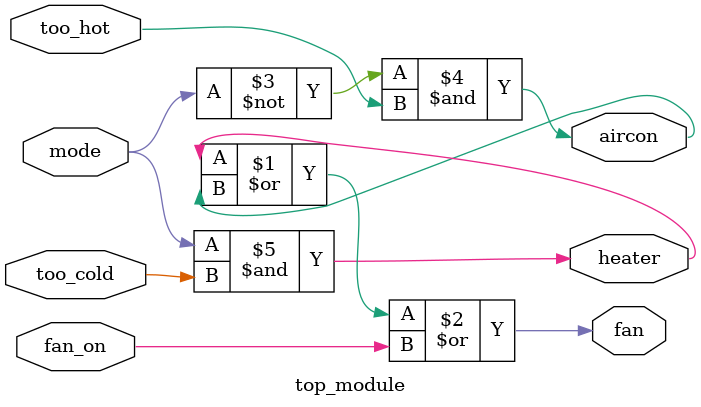
<source format=v>

module top_module (
    input too_cold,
    input too_hot,
    input mode,
    input fan_on,
    output heater,
    output aircon,
    output fan
); 
assign fan = heater | aircon | fan_on;
assign aircon = ~mode & too_hot;
assign heater = mode & too_cold;
endmodule
</source>
